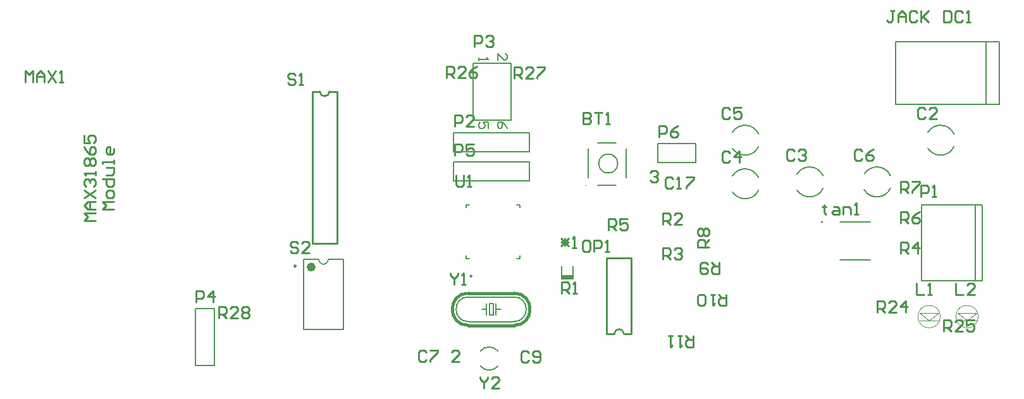
<source format=gbr>
G04*
G04 #@! TF.GenerationSoftware,Altium Limited,Altium Designer,22.4.2 (48)*
G04*
G04 Layer_Color=65535*
%FSLAX24Y24*%
%MOIN*%
G70*
G04*
G04 #@! TF.SameCoordinates,3D4B7757-4479-4088-A00E-F10E6AE17A54*
G04*
G04*
G04 #@! TF.FilePolarity,Positive*
G04*
G01*
G75*
%ADD10C,0.0100*%
%ADD11C,0.0079*%
%ADD12C,0.0098*%
%ADD13C,0.0236*%
%ADD14C,0.0060*%
%ADD15C,0.0160*%
%ADD16C,0.0040*%
%ADD17C,0.0050*%
%ADD18C,0.0070*%
%ADD19C,0.0080*%
%ADD20R,0.0610X0.0217*%
D10*
X16291Y16180D02*
G03*
X16791Y16180I250J0D01*
G01*
X32311Y3400D02*
G03*
X31811Y3400I-250J0D01*
G01*
X15891Y16180D02*
X16291D01*
X16791D02*
X17191D01*
Y8180D02*
Y16180D01*
X15891Y8180D02*
X17191D01*
X15891D02*
Y16180D01*
X32711Y3400D02*
Y7400D01*
X31411D02*
X32711D01*
X31411Y3400D02*
Y7400D01*
Y3400D02*
X31811D01*
X32311D02*
X32711D01*
X4481Y9361D02*
X3881D01*
X4081Y9561D01*
X3881Y9761D01*
X4481D01*
Y9961D02*
X4081D01*
X3881Y10161D01*
X4081Y10361D01*
X4481D01*
X4181D01*
Y9961D01*
X3881Y10561D02*
X4481Y10961D01*
X3881D02*
X4481Y10561D01*
X3981Y11161D02*
X3881Y11260D01*
Y11460D01*
X3981Y11560D01*
X4081D01*
X4181Y11460D01*
Y11360D01*
Y11460D01*
X4281Y11560D01*
X4381D01*
X4481Y11460D01*
Y11260D01*
X4381Y11161D01*
X4481Y11760D02*
Y11960D01*
Y11860D01*
X3881D01*
X3981Y11760D01*
Y12260D02*
X3881Y12360D01*
Y12560D01*
X3981Y12660D01*
X4081D01*
X4181Y12560D01*
X4281Y12660D01*
X4381D01*
X4481Y12560D01*
Y12360D01*
X4381Y12260D01*
X4281D01*
X4181Y12360D01*
X4081Y12260D01*
X3981D01*
X4181Y12360D02*
Y12560D01*
X3881Y13260D02*
X3981Y13060D01*
X4181Y12860D01*
X4381D01*
X4481Y12960D01*
Y13160D01*
X4381Y13260D01*
X4281D01*
X4181Y13160D01*
Y12860D01*
X3881Y13860D02*
Y13460D01*
X4181D01*
X4081Y13660D01*
Y13760D01*
X4181Y13860D01*
X4381D01*
X4481Y13760D01*
Y13560D01*
X4381Y13460D01*
X5441Y9961D02*
X4841D01*
X5041Y10161D01*
X4841Y10361D01*
X5441D01*
Y10661D02*
Y10861D01*
X5341Y10961D01*
X5141D01*
X5041Y10861D01*
Y10661D01*
X5141Y10561D01*
X5341D01*
X5441Y10661D01*
X4841Y11560D02*
X5441D01*
Y11260D01*
X5341Y11161D01*
X5141D01*
X5041Y11260D01*
Y11560D01*
Y11760D02*
X5341D01*
X5441Y11860D01*
Y12160D01*
X5041D01*
X5441Y12360D02*
Y12560D01*
Y12460D01*
X4841D01*
Y12360D01*
X5441Y13160D02*
Y12960D01*
X5341Y12860D01*
X5141D01*
X5041Y12960D01*
Y13160D01*
X5141Y13260D01*
X5241D01*
Y12860D01*
X23411Y12810D02*
Y13410D01*
X23711D01*
X23811Y13310D01*
Y13110D01*
X23711Y13010D01*
X23411D01*
X24411Y13410D02*
X24011D01*
Y13110D01*
X24211Y13210D01*
X24311D01*
X24411Y13110D01*
Y12910D01*
X24311Y12810D01*
X24111D01*
X24011Y12910D01*
X24741Y1120D02*
Y1020D01*
X24941Y820D01*
X25141Y1020D01*
Y1120D01*
X24941Y820D02*
Y520D01*
X25741D02*
X25341D01*
X25741Y920D01*
Y1020D01*
X25641Y1120D01*
X25441D01*
X25341Y1020D01*
X23171Y6600D02*
Y6500D01*
X23371Y6300D01*
X23571Y6500D01*
Y6600D01*
X23371Y6300D02*
Y6000D01*
X23771D02*
X23971D01*
X23871D01*
Y6600D01*
X23771Y6500D01*
X23461Y11760D02*
Y11260D01*
X23561Y11160D01*
X23761D01*
X23861Y11260D01*
Y11760D01*
X24061Y11160D02*
X24261D01*
X24161D01*
Y11760D01*
X24061Y11660D01*
X27291Y2390D02*
X27191Y2490D01*
X26991D01*
X26891Y2390D01*
Y1990D01*
X26991Y1890D01*
X27191D01*
X27291Y1990D01*
X27491D02*
X27591Y1890D01*
X27791D01*
X27891Y1990D01*
Y2390D01*
X27791Y2490D01*
X27591D01*
X27491Y2390D01*
Y2290D01*
X27591Y2190D01*
X27891D01*
X21911Y2430D02*
X21811Y2530D01*
X21611D01*
X21511Y2430D01*
Y2030D01*
X21611Y1930D01*
X21811D01*
X21911Y2030D01*
X22111Y2530D02*
X22511D01*
Y2430D01*
X22111Y2030D01*
Y1930D01*
X23641Y1940D02*
X23241D01*
X23641Y2340D01*
Y2440D01*
X23541Y2540D01*
X23341D01*
X23241Y2440D01*
X42871Y10200D02*
Y10100D01*
X42771D01*
X42971D01*
X42871D01*
Y9800D01*
X42971Y9700D01*
X43371Y10100D02*
X43571D01*
X43671Y10000D01*
Y9700D01*
X43371D01*
X43271Y9800D01*
X43371Y9900D01*
X43671D01*
X43871Y9700D02*
Y10100D01*
X44171D01*
X44270Y10000D01*
Y9700D01*
X44470D02*
X44670D01*
X44570D01*
Y10300D01*
X44470Y10200D01*
X15151Y8160D02*
X15051Y8260D01*
X14851D01*
X14751Y8160D01*
Y8060D01*
X14851Y7960D01*
X15051D01*
X15151Y7860D01*
Y7760D01*
X15051Y7660D01*
X14851D01*
X14751Y7760D01*
X15751Y7660D02*
X15351D01*
X15751Y8060D01*
Y8160D01*
X15651Y8260D01*
X15451D01*
X15351Y8160D01*
X15001Y17030D02*
X14901Y17130D01*
X14701D01*
X14601Y17030D01*
Y16930D01*
X14701Y16830D01*
X14901D01*
X15001Y16730D01*
Y16630D01*
X14901Y16530D01*
X14701D01*
X14601Y16630D01*
X15201Y16530D02*
X15401D01*
X15301D01*
Y17130D01*
X15201Y17030D01*
X35978Y3300D02*
Y2700D01*
X35679D01*
X35579Y2800D01*
Y3000D01*
X35679Y3100D01*
X35978D01*
X35779D02*
X35579Y3300D01*
X35379D02*
X35179D01*
X35279D01*
Y2700D01*
X35379Y2800D01*
X34879Y3300D02*
X34679D01*
X34779D01*
Y2700D01*
X34879Y2800D01*
X37691Y5485D02*
Y4886D01*
X37391D01*
X37291Y4986D01*
Y5186D01*
X37391Y5286D01*
X37691D01*
X37491D02*
X37291Y5485D01*
X37091D02*
X36891D01*
X36991D01*
Y4886D01*
X37091Y4986D01*
X36591D02*
X36491Y4886D01*
X36291D01*
X36191Y4986D01*
Y5386D01*
X36291Y5485D01*
X36491D01*
X36591Y5386D01*
Y4986D01*
X37321Y7160D02*
Y6560D01*
X37021D01*
X36921Y6660D01*
Y6860D01*
X37021Y6960D01*
X37321D01*
X37121D02*
X36921Y7160D01*
X36721Y7060D02*
X36621Y7160D01*
X36421D01*
X36321Y7060D01*
Y6660D01*
X36421Y6560D01*
X36621D01*
X36721Y6660D01*
Y6760D01*
X36621Y6860D01*
X36321D01*
X36802Y7968D02*
X36202D01*
Y8268D01*
X36302Y8368D01*
X36502D01*
X36602Y8268D01*
Y7968D01*
Y8168D02*
X36802Y8368D01*
X36302Y8568D02*
X36202Y8668D01*
Y8868D01*
X36302Y8968D01*
X36402D01*
X36502Y8868D01*
X36602Y8968D01*
X36702D01*
X36802Y8868D01*
Y8668D01*
X36702Y8568D01*
X36602D01*
X36502Y8668D01*
X36402Y8568D01*
X36302D01*
X36502Y8668D02*
Y8868D01*
X31511Y8870D02*
Y9470D01*
X31811D01*
X31911Y9370D01*
Y9170D01*
X31811Y9070D01*
X31511D01*
X31711D02*
X31911Y8870D01*
X32511Y9470D02*
X32111D01*
Y9170D01*
X32311Y9270D01*
X32411D01*
X32511Y9170D01*
Y8970D01*
X32411Y8870D01*
X32211D01*
X32111Y8970D01*
X34371Y7350D02*
Y7950D01*
X34671D01*
X34771Y7850D01*
Y7650D01*
X34671Y7550D01*
X34371D01*
X34571D02*
X34771Y7350D01*
X34971Y7850D02*
X35071Y7950D01*
X35271D01*
X35371Y7850D01*
Y7750D01*
X35271Y7650D01*
X35171D01*
X35271D01*
X35371Y7550D01*
Y7450D01*
X35271Y7350D01*
X35071D01*
X34971Y7450D01*
X34371Y9170D02*
Y9770D01*
X34671D01*
X34771Y9670D01*
Y9470D01*
X34671Y9370D01*
X34371D01*
X34571D02*
X34771Y9170D01*
X35371D02*
X34971D01*
X35371Y9570D01*
Y9670D01*
X35271Y9770D01*
X35071D01*
X34971Y9670D01*
X34171Y13770D02*
Y14370D01*
X34471D01*
X34571Y14270D01*
Y14070D01*
X34471Y13970D01*
X34171D01*
X35171Y14370D02*
X34971Y14270D01*
X34771Y14070D01*
Y13870D01*
X34871Y13770D01*
X35071D01*
X35171Y13870D01*
Y13970D01*
X35071Y14070D01*
X34771D01*
X9781Y5080D02*
Y5680D01*
X10081D01*
X10181Y5580D01*
Y5380D01*
X10081Y5280D01*
X9781D01*
X10681Y5080D02*
Y5680D01*
X10381Y5380D01*
X10781D01*
X24421Y18550D02*
Y19150D01*
X24721D01*
X24821Y19050D01*
Y18850D01*
X24721Y18750D01*
X24421D01*
X25021Y19050D02*
X25121Y19150D01*
X25321D01*
X25421Y19050D01*
Y18950D01*
X25321Y18850D01*
X25221D01*
X25321D01*
X25421Y18750D01*
Y18650D01*
X25321Y18550D01*
X25121D01*
X25021Y18650D01*
X23401Y14330D02*
Y14930D01*
X23701D01*
X23801Y14830D01*
Y14630D01*
X23701Y14530D01*
X23401D01*
X24401Y14330D02*
X24001D01*
X24401Y14730D01*
Y14830D01*
X24301Y14930D01*
X24101D01*
X24001Y14830D01*
X47981Y10620D02*
Y11220D01*
X48281D01*
X48381Y11120D01*
Y10920D01*
X48281Y10820D01*
X47981D01*
X48581Y10620D02*
X48781D01*
X48681D01*
Y11220D01*
X48581Y11120D01*
X771Y16680D02*
Y17280D01*
X971Y17080D01*
X1171Y17280D01*
Y16680D01*
X1371D02*
Y17080D01*
X1571Y17280D01*
X1771Y17080D01*
Y16680D01*
Y16980D01*
X1371D01*
X1971Y17280D02*
X2370Y16680D01*
Y17280D02*
X1971Y16680D01*
X2570D02*
X2770D01*
X2670D01*
Y17280D01*
X2570Y17180D01*
X49801Y6070D02*
Y5470D01*
X50201D01*
X50801D02*
X50401D01*
X50801Y5870D01*
Y5970D01*
X50701Y6070D01*
X50501D01*
X50401Y5970D01*
X47731Y6070D02*
Y5470D01*
X48131D01*
X48331D02*
X48531D01*
X48431D01*
Y6070D01*
X48331Y5970D01*
X46561Y20450D02*
X46361D01*
X46461D01*
Y19950D01*
X46361Y19850D01*
X46261D01*
X46161Y19950D01*
X46761Y19850D02*
Y20250D01*
X46961Y20450D01*
X47161Y20250D01*
Y19850D01*
Y20150D01*
X46761D01*
X47760Y20350D02*
X47660Y20450D01*
X47461D01*
X47361Y20350D01*
Y19950D01*
X47461Y19850D01*
X47660D01*
X47760Y19950D01*
X47960Y20450D02*
Y19850D01*
Y20050D01*
X48360Y20450D01*
X48060Y20150D01*
X48360Y19850D01*
X49160Y20450D02*
Y19850D01*
X49460D01*
X49560Y19950D01*
Y20350D01*
X49460Y20450D01*
X49160D01*
X50160Y20350D02*
X50060Y20450D01*
X49860D01*
X49760Y20350D01*
Y19950D01*
X49860Y19850D01*
X50060D01*
X50160Y19950D01*
X50360Y19850D02*
X50560D01*
X50460D01*
Y20450D01*
X50360Y20350D01*
X34891Y11580D02*
X34791Y11680D01*
X34591D01*
X34491Y11580D01*
Y11180D01*
X34591Y11080D01*
X34791D01*
X34891Y11180D01*
X35091Y11080D02*
X35291D01*
X35191D01*
Y11680D01*
X35091Y11580D01*
X35591Y11680D02*
X35990D01*
Y11580D01*
X35591Y11180D01*
Y11080D01*
X44861Y13040D02*
X44761Y13140D01*
X44561D01*
X44461Y13040D01*
Y12640D01*
X44561Y12540D01*
X44761D01*
X44861Y12640D01*
X45461Y13140D02*
X45261Y13040D01*
X45061Y12840D01*
Y12640D01*
X45161Y12540D01*
X45361D01*
X45461Y12640D01*
Y12740D01*
X45361Y12840D01*
X45061D01*
X37911Y15240D02*
X37811Y15340D01*
X37611D01*
X37511Y15240D01*
Y14840D01*
X37611Y14740D01*
X37811D01*
X37911Y14840D01*
X38511Y15340D02*
X38111D01*
Y15040D01*
X38311Y15140D01*
X38411D01*
X38511Y15040D01*
Y14840D01*
X38411Y14740D01*
X38211D01*
X38111Y14840D01*
X37911Y12940D02*
X37811Y13040D01*
X37611D01*
X37511Y12940D01*
Y12540D01*
X37611Y12440D01*
X37811D01*
X37911Y12540D01*
X38411Y12440D02*
Y13040D01*
X38111Y12740D01*
X38511D01*
X41311Y13040D02*
X41211Y13140D01*
X41011D01*
X40911Y13040D01*
Y12640D01*
X41011Y12540D01*
X41211D01*
X41311Y12640D01*
X41511Y13040D02*
X41611Y13140D01*
X41811D01*
X41911Y13040D01*
Y12940D01*
X41811Y12840D01*
X41711D01*
X41811D01*
X41911Y12740D01*
Y12640D01*
X41811Y12540D01*
X41611D01*
X41511Y12640D01*
X48211Y15240D02*
X48111Y15340D01*
X47911D01*
X47811Y15240D01*
Y14840D01*
X47911Y14740D01*
X48111D01*
X48211Y14840D01*
X48811Y14740D02*
X48411D01*
X48811Y15140D01*
Y15240D01*
X48711Y15340D01*
X48511D01*
X48411Y15240D01*
X30161Y15080D02*
Y14480D01*
X30461D01*
X30561Y14580D01*
Y14680D01*
X30461Y14780D01*
X30161D01*
X30461D01*
X30561Y14880D01*
Y14980D01*
X30461Y15080D01*
X30161D01*
X30761D02*
X31161D01*
X30961D01*
Y14480D01*
X31361D02*
X31561D01*
X31461D01*
Y15080D01*
X31361Y14980D01*
X33691Y11910D02*
X33791Y12010D01*
X33991D01*
X34091Y11910D01*
Y11810D01*
X33991Y11710D01*
X33891D01*
X33991D01*
X34091Y11610D01*
Y11510D01*
X33991Y11410D01*
X33791D01*
X33691Y11510D01*
X10971Y4240D02*
Y4840D01*
X11271D01*
X11371Y4740D01*
Y4540D01*
X11271Y4440D01*
X10971D01*
X11171D02*
X11371Y4240D01*
X11971D02*
X11571D01*
X11971Y4640D01*
Y4740D01*
X11871Y4840D01*
X11671D01*
X11571Y4740D01*
X12171D02*
X12271Y4840D01*
X12470D01*
X12570Y4740D01*
Y4640D01*
X12470Y4540D01*
X12570Y4440D01*
Y4340D01*
X12470Y4240D01*
X12271D01*
X12171Y4340D01*
Y4440D01*
X12271Y4540D01*
X12171Y4640D01*
Y4740D01*
X12271Y4540D02*
X12470D01*
X26521Y16860D02*
Y17460D01*
X26821D01*
X26921Y17360D01*
Y17160D01*
X26821Y17060D01*
X26521D01*
X26721D02*
X26921Y16860D01*
X27521D02*
X27121D01*
X27521Y17260D01*
Y17360D01*
X27421Y17460D01*
X27221D01*
X27121Y17360D01*
X27721Y17460D02*
X28120D01*
Y17360D01*
X27721Y16960D01*
Y16860D01*
X22971Y16890D02*
Y17490D01*
X23271D01*
X23371Y17390D01*
Y17190D01*
X23271Y17090D01*
X22971D01*
X23171D02*
X23371Y16890D01*
X23971D02*
X23571D01*
X23971Y17290D01*
Y17390D01*
X23871Y17490D01*
X23671D01*
X23571Y17390D01*
X24570Y17490D02*
X24371Y17390D01*
X24171Y17190D01*
Y16990D01*
X24271Y16890D01*
X24470D01*
X24570Y16990D01*
Y17090D01*
X24470Y17190D01*
X24171D01*
X49171Y3550D02*
Y4150D01*
X49471D01*
X49571Y4050D01*
Y3850D01*
X49471Y3750D01*
X49171D01*
X49371D02*
X49571Y3550D01*
X50171D02*
X49771D01*
X50171Y3950D01*
Y4050D01*
X50071Y4150D01*
X49871D01*
X49771Y4050D01*
X50770Y4150D02*
X50371D01*
Y3850D01*
X50571Y3950D01*
X50670D01*
X50770Y3850D01*
Y3650D01*
X50670Y3550D01*
X50471D01*
X50371Y3650D01*
X45681Y4550D02*
Y5150D01*
X45981D01*
X46081Y5050D01*
Y4850D01*
X45981Y4750D01*
X45681D01*
X45881D02*
X46081Y4550D01*
X46681D02*
X46281D01*
X46681Y4950D01*
Y5050D01*
X46581Y5150D01*
X46381D01*
X46281Y5050D01*
X47180Y4550D02*
Y5150D01*
X46881Y4850D01*
X47280D01*
X46901Y10820D02*
Y11420D01*
X47201D01*
X47301Y11320D01*
Y11120D01*
X47201Y11020D01*
X46901D01*
X47101D02*
X47301Y10820D01*
X47501Y11420D02*
X47901D01*
Y11320D01*
X47501Y10920D01*
Y10820D01*
X46901Y9220D02*
Y9820D01*
X47201D01*
X47301Y9720D01*
Y9520D01*
X47201Y9420D01*
X46901D01*
X47101D02*
X47301Y9220D01*
X47901Y9820D02*
X47701Y9720D01*
X47501Y9520D01*
Y9320D01*
X47601Y9220D01*
X47801D01*
X47901Y9320D01*
Y9420D01*
X47801Y9520D01*
X47501D01*
X46901Y7620D02*
Y8220D01*
X47201D01*
X47301Y8120D01*
Y7920D01*
X47201Y7820D01*
X46901D01*
X47101D02*
X47301Y7620D01*
X47801D02*
Y8220D01*
X47501Y7920D01*
X47901D01*
X30421Y8350D02*
X30221D01*
X30121Y8250D01*
Y7850D01*
X30221Y7750D01*
X30421D01*
X30521Y7850D01*
Y8250D01*
X30421Y8350D01*
X30721Y7750D02*
Y8350D01*
X31021D01*
X31121Y8250D01*
Y8050D01*
X31021Y7950D01*
X30721D01*
X31321Y7750D02*
X31521D01*
X31421D01*
Y8350D01*
X31321Y8250D01*
X29041Y5550D02*
Y6150D01*
X29341D01*
X29441Y6050D01*
Y5850D01*
X29341Y5750D01*
X29041D01*
X29241D02*
X29441Y5550D01*
X29641D02*
X29841D01*
X29741D01*
Y6150D01*
X29641Y6050D01*
X28991Y8420D02*
X29391Y8020D01*
X28991D02*
X29391Y8420D01*
X28991Y8220D02*
X29391D01*
X29191Y8020D02*
Y8420D01*
X29591Y7920D02*
X29791D01*
X29691D01*
Y8520D01*
X29591Y8420D01*
D11*
X16234Y7321D02*
G03*
X16734Y7321I250J0D01*
G01*
X24757Y1704D02*
G03*
X25680Y1698I464J396D01*
G01*
X25676Y2503D02*
G03*
X24753Y2496I-459J-402D01*
G01*
X24319Y6438D02*
G03*
X24319Y6438I-59J0D01*
G01*
X42790Y9293D02*
G03*
X42790Y9293I-39J0D01*
G01*
X48337Y13187D02*
G03*
X49717Y13283I664J423D01*
G01*
Y13938D02*
G03*
X48337Y14034I-716J-327D01*
G01*
X38037Y10887D02*
G03*
X39417Y10983I664J423D01*
G01*
Y11638D02*
G03*
X38037Y11734I-716J-327D01*
G01*
X39417Y13938D02*
G03*
X38037Y14034I-716J-327D01*
G01*
Y13187D02*
G03*
X39417Y13283I664J423D01*
G01*
X42817Y11738D02*
G03*
X41437Y11834I-716J-327D01*
G01*
Y10987D02*
G03*
X42817Y11083I664J423D01*
G01*
X46366Y11738D02*
G03*
X44985Y11834I-716J-327D01*
G01*
Y10987D02*
G03*
X46366Y11083I664J423D01*
G01*
X23351Y11470D02*
Y12470D01*
X27351D01*
X23351Y11470D02*
X27351D01*
Y12470D01*
X15441Y3620D02*
Y7321D01*
X17527Y3620D02*
Y7321D01*
X15441D02*
X16234D01*
X16734D02*
X17527D01*
X15441Y3620D02*
X17527D01*
X24361Y14668D02*
X26361D01*
X24361Y17668D02*
X26361D01*
Y14668D02*
Y17668D01*
X24361Y14668D02*
Y17668D01*
Y14668D02*
Y16585D01*
X27345Y12992D02*
Y13992D01*
X23345Y12992D02*
X27345D01*
X23345Y13992D02*
X27345D01*
X23345Y12992D02*
Y13992D01*
X9721Y4743D02*
X10721D01*
Y1743D02*
Y4743D01*
X9721Y1743D02*
X10721D01*
X9721D02*
Y4743D01*
X34115Y13435D02*
X36115D01*
X34115Y12435D02*
Y13435D01*
Y12435D02*
X36115D01*
Y13435D01*
X29035Y6288D02*
Y6957D01*
X29645Y6288D02*
Y6957D01*
X29035Y6288D02*
X29645D01*
D12*
X15033Y6982D02*
G03*
X15033Y6982I-49J0D01*
G01*
D13*
X15953Y6927D02*
G03*
X15953Y6927I-118J0D01*
G01*
D14*
X26521Y4050D02*
G03*
X26521Y5350I0J650D01*
G01*
X24121D02*
G03*
X24121Y4050I0J-650D01*
G01*
X31988Y12381D02*
G03*
X31988Y12381I-500J0D01*
G01*
X24821Y4700D02*
X25071D01*
X25571D02*
X25821D01*
X25071Y4400D02*
Y4700D01*
Y5000D01*
X25571Y4400D02*
Y4700D01*
Y5000D01*
X25221Y4400D02*
Y5000D01*
Y4400D02*
X25421D01*
Y5000D01*
X25221D02*
X25421D01*
X24121Y5350D02*
X26521D01*
X24121Y4050D02*
X26521D01*
X30938Y13481D02*
X31888D01*
X30438Y11631D02*
Y13171D01*
X30938Y11231D02*
X31888D01*
X32438Y11631D02*
Y13181D01*
D15*
X26521Y3850D02*
G03*
X26521Y5550I0J850D01*
G01*
X24121D02*
G03*
X24121Y3850I0J-850D01*
G01*
Y5550D02*
X26521D01*
X24121Y3850D02*
X26521D01*
D16*
X48992Y4310D02*
G03*
X48992Y4310I-591J0D01*
G01*
X50992D02*
G03*
X50992Y4310I-591J0D01*
G01*
X48401Y4110D02*
X48901D01*
X48401D02*
X48901Y4510D01*
X47901Y4110D02*
X48401D01*
X47901Y4510D02*
X48401Y4110D01*
X47901Y4510D02*
X48901D01*
X50401Y4110D02*
X50901D01*
X50401D02*
X50901Y4510D01*
X49901Y4110D02*
X50401D01*
X49901Y4510D02*
X50401Y4110D01*
X49901Y4510D02*
X50901D01*
D17*
X24004Y7383D02*
Y7537D01*
Y7383D02*
X24157D01*
X26685D02*
X26838D01*
Y7537D01*
Y10064D02*
Y10218D01*
X26685D02*
X26838D01*
X24004D02*
X24157D01*
X24004Y10064D02*
Y10218D01*
X43714Y7318D02*
X45288D01*
X43714Y9302D02*
X45288D01*
X47987Y6210D02*
Y10210D01*
X50821D01*
X51215D01*
Y6210D02*
Y10210D01*
X50821Y6210D02*
X51215D01*
X47987D02*
X50821D01*
Y10210D01*
D18*
X30288Y11241D02*
X30298Y11231D01*
X51401Y15510D02*
Y18810D01*
X46651D02*
X52101D01*
X46651Y15510D02*
X52101D01*
X46651D02*
Y18810D01*
X52101Y15510D02*
Y18810D01*
D19*
X26161Y14235D02*
X26078Y14402D01*
X25911Y14568D01*
X25744D01*
X25661Y14485D01*
Y14319D01*
X25744Y14235D01*
X25828D01*
X25911Y14319D01*
Y14568D01*
X25161Y14235D02*
Y14568D01*
X24911D01*
X24994Y14402D01*
Y14319D01*
X24911Y14235D01*
X24744D01*
X24661Y14319D01*
Y14485D01*
X24744Y14568D01*
X25661Y17835D02*
Y18168D01*
X25994Y17835D01*
X26078D01*
X26161Y17919D01*
Y18085D01*
X26078Y18168D01*
X24661Y17968D02*
Y17802D01*
Y17885D01*
X25161D01*
X25078Y17968D01*
D20*
X29340Y6396D02*
D03*
M02*

</source>
